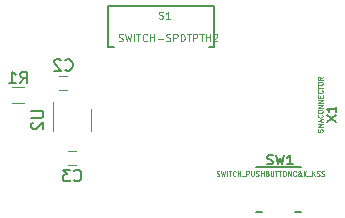
<source format=gbr>
G04 #@! TF.GenerationSoftware,KiCad,Pcbnew,(2017-04-02 revision 2c33fad45)-master*
G04 #@! TF.CreationDate,2017-04-07T18:54:23+05:30*
G04 #@! TF.ProjectId,LoRaBoard,4C6F5261426F6172642E6B696361645F,rev?*
G04 #@! TF.FileFunction,Legend,Bot*
G04 #@! TF.FilePolarity,Positive*
%FSLAX46Y46*%
G04 Gerber Fmt 4.6, Leading zero omitted, Abs format (unit mm)*
G04 Created by KiCad (PCBNEW (2017-04-02 revision 2c33fad45)-master) date Fri Apr  7 18:54:23 2017*
%MOMM*%
%LPD*%
G01*
G04 APERTURE LIST*
%ADD10C,0.100000*%
%ADD11C,0.120000*%
%ADD12C,0.127000*%
%ADD13C,0.203200*%
%ADD14C,0.150000*%
%ADD15C,0.152400*%
%ADD16C,0.050800*%
G04 APERTURE END LIST*
D10*
D11*
X157350000Y-103800000D02*
X156650000Y-103800000D01*
X156650000Y-105000000D02*
X157350000Y-105000000D01*
X157400000Y-111350000D02*
X158100000Y-111350000D01*
X158100000Y-110150000D02*
X157400000Y-110150000D01*
X152700000Y-106080000D02*
X153700000Y-106080000D01*
X153700000Y-104720000D02*
X152700000Y-104720000D01*
X159360000Y-106600000D02*
X159360000Y-108400000D01*
X156140000Y-108400000D02*
X156140000Y-105950000D01*
D12*
X173300080Y-111500080D02*
X177099920Y-111500080D01*
X173300080Y-115299920D02*
X173800460Y-115299920D01*
X176599540Y-115299920D02*
X177099920Y-115299920D01*
D13*
X161302040Y-101347520D02*
X160801660Y-101347520D01*
X160801660Y-101347520D02*
X160801660Y-97852480D01*
X160801660Y-97852480D02*
X169798340Y-97852480D01*
X169798340Y-97852480D02*
X169798340Y-101347520D01*
X169798340Y-101347520D02*
X169297960Y-101347520D01*
D14*
X157166666Y-103257142D02*
X157214285Y-103304761D01*
X157357142Y-103352380D01*
X157452380Y-103352380D01*
X157595238Y-103304761D01*
X157690476Y-103209523D01*
X157738095Y-103114285D01*
X157785714Y-102923809D01*
X157785714Y-102780952D01*
X157738095Y-102590476D01*
X157690476Y-102495238D01*
X157595238Y-102400000D01*
X157452380Y-102352380D01*
X157357142Y-102352380D01*
X157214285Y-102400000D01*
X157166666Y-102447619D01*
X156785714Y-102447619D02*
X156738095Y-102400000D01*
X156642857Y-102352380D01*
X156404761Y-102352380D01*
X156309523Y-102400000D01*
X156261904Y-102447619D01*
X156214285Y-102542857D01*
X156214285Y-102638095D01*
X156261904Y-102780952D01*
X156833333Y-103352380D01*
X156214285Y-103352380D01*
X157916666Y-112607142D02*
X157964285Y-112654761D01*
X158107142Y-112702380D01*
X158202380Y-112702380D01*
X158345238Y-112654761D01*
X158440476Y-112559523D01*
X158488095Y-112464285D01*
X158535714Y-112273809D01*
X158535714Y-112130952D01*
X158488095Y-111940476D01*
X158440476Y-111845238D01*
X158345238Y-111750000D01*
X158202380Y-111702380D01*
X158107142Y-111702380D01*
X157964285Y-111750000D01*
X157916666Y-111797619D01*
X157583333Y-111702380D02*
X156964285Y-111702380D01*
X157297619Y-112083333D01*
X157154761Y-112083333D01*
X157059523Y-112130952D01*
X157011904Y-112178571D01*
X156964285Y-112273809D01*
X156964285Y-112511904D01*
X157011904Y-112607142D01*
X157059523Y-112654761D01*
X157154761Y-112702380D01*
X157440476Y-112702380D01*
X157535714Y-112654761D01*
X157583333Y-112607142D01*
X153366666Y-104402380D02*
X153700000Y-103926190D01*
X153938095Y-104402380D02*
X153938095Y-103402380D01*
X153557142Y-103402380D01*
X153461904Y-103450000D01*
X153414285Y-103497619D01*
X153366666Y-103592857D01*
X153366666Y-103735714D01*
X153414285Y-103830952D01*
X153461904Y-103878571D01*
X153557142Y-103926190D01*
X153938095Y-103926190D01*
X152414285Y-104402380D02*
X152985714Y-104402380D01*
X152700000Y-104402380D02*
X152700000Y-103402380D01*
X152795238Y-103545238D01*
X152890476Y-103640476D01*
X152985714Y-103688095D01*
X154302380Y-106738095D02*
X155111904Y-106738095D01*
X155207142Y-106785714D01*
X155254761Y-106833333D01*
X155302380Y-106928571D01*
X155302380Y-107119047D01*
X155254761Y-107214285D01*
X155207142Y-107261904D01*
X155111904Y-107309523D01*
X154302380Y-107309523D01*
X154397619Y-107738095D02*
X154350000Y-107785714D01*
X154302380Y-107880952D01*
X154302380Y-108119047D01*
X154350000Y-108214285D01*
X154397619Y-108261904D01*
X154492857Y-108309523D01*
X154588095Y-108309523D01*
X154730952Y-108261904D01*
X155302380Y-107690476D01*
X155302380Y-108309523D01*
D15*
X179287295Y-107657980D02*
X180100095Y-107116114D01*
X179287295Y-107116114D02*
X180100095Y-107657980D01*
X180100095Y-106380723D02*
X180100095Y-106845180D01*
X180100095Y-106612952D02*
X179287295Y-106612952D01*
X179403409Y-106690361D01*
X179480819Y-106767771D01*
X179519523Y-106845180D01*
D16*
X178931695Y-108509485D02*
X178951047Y-108451428D01*
X178951047Y-108354666D01*
X178931695Y-108315961D01*
X178912342Y-108296609D01*
X178873638Y-108277257D01*
X178834933Y-108277257D01*
X178796228Y-108296609D01*
X178776876Y-108315961D01*
X178757523Y-108354666D01*
X178738171Y-108432076D01*
X178718819Y-108470780D01*
X178699466Y-108490133D01*
X178660761Y-108509485D01*
X178622057Y-108509485D01*
X178583352Y-108490133D01*
X178564000Y-108470780D01*
X178544647Y-108432076D01*
X178544647Y-108335314D01*
X178564000Y-108277257D01*
X178951047Y-108103085D02*
X178544647Y-108103085D01*
X178834933Y-107967619D01*
X178544647Y-107832152D01*
X178951047Y-107832152D01*
X178834933Y-107657980D02*
X178834933Y-107464457D01*
X178951047Y-107696685D02*
X178544647Y-107561219D01*
X178951047Y-107425752D01*
X178912342Y-107058057D02*
X178931695Y-107077409D01*
X178951047Y-107135466D01*
X178951047Y-107174171D01*
X178931695Y-107232228D01*
X178892990Y-107270933D01*
X178854285Y-107290285D01*
X178776876Y-107309638D01*
X178718819Y-107309638D01*
X178641409Y-107290285D01*
X178602704Y-107270933D01*
X178564000Y-107232228D01*
X178544647Y-107174171D01*
X178544647Y-107135466D01*
X178564000Y-107077409D01*
X178583352Y-107058057D01*
X178544647Y-106806476D02*
X178544647Y-106729066D01*
X178564000Y-106690361D01*
X178602704Y-106651657D01*
X178680114Y-106632304D01*
X178815580Y-106632304D01*
X178892990Y-106651657D01*
X178931695Y-106690361D01*
X178951047Y-106729066D01*
X178951047Y-106806476D01*
X178931695Y-106845180D01*
X178892990Y-106883885D01*
X178815580Y-106903238D01*
X178680114Y-106903238D01*
X178602704Y-106883885D01*
X178564000Y-106845180D01*
X178544647Y-106806476D01*
X178951047Y-106458133D02*
X178544647Y-106458133D01*
X178951047Y-106225904D01*
X178544647Y-106225904D01*
X178951047Y-106032380D02*
X178544647Y-106032380D01*
X178951047Y-105800152D01*
X178544647Y-105800152D01*
X178738171Y-105606628D02*
X178738171Y-105471161D01*
X178951047Y-105413104D02*
X178951047Y-105606628D01*
X178544647Y-105606628D01*
X178544647Y-105413104D01*
X178912342Y-105006704D02*
X178931695Y-105026057D01*
X178951047Y-105084114D01*
X178951047Y-105122819D01*
X178931695Y-105180876D01*
X178892990Y-105219580D01*
X178854285Y-105238933D01*
X178776876Y-105258285D01*
X178718819Y-105258285D01*
X178641409Y-105238933D01*
X178602704Y-105219580D01*
X178564000Y-105180876D01*
X178544647Y-105122819D01*
X178544647Y-105084114D01*
X178564000Y-105026057D01*
X178583352Y-105006704D01*
X178544647Y-104890590D02*
X178544647Y-104658361D01*
X178951047Y-104774476D02*
X178544647Y-104774476D01*
X178544647Y-104445485D02*
X178544647Y-104368076D01*
X178564000Y-104329371D01*
X178602704Y-104290666D01*
X178680114Y-104271314D01*
X178815580Y-104271314D01*
X178892990Y-104290666D01*
X178931695Y-104329371D01*
X178951047Y-104368076D01*
X178951047Y-104445485D01*
X178931695Y-104484190D01*
X178892990Y-104522895D01*
X178815580Y-104542247D01*
X178680114Y-104542247D01*
X178602704Y-104522895D01*
X178564000Y-104484190D01*
X178544647Y-104445485D01*
X178951047Y-103864914D02*
X178757523Y-104000380D01*
X178951047Y-104097142D02*
X178544647Y-104097142D01*
X178544647Y-103942323D01*
X178564000Y-103903619D01*
X178583352Y-103884266D01*
X178622057Y-103864914D01*
X178680114Y-103864914D01*
X178718819Y-103884266D01*
X178738171Y-103903619D01*
X178757523Y-103942323D01*
X178757523Y-104097142D01*
D15*
X174261046Y-111229630D02*
X174377160Y-111268335D01*
X174570684Y-111268335D01*
X174648094Y-111229630D01*
X174686799Y-111190925D01*
X174725503Y-111113516D01*
X174725503Y-111036106D01*
X174686799Y-110958697D01*
X174648094Y-110919992D01*
X174570684Y-110881287D01*
X174415865Y-110842582D01*
X174338456Y-110803878D01*
X174299751Y-110765173D01*
X174261046Y-110687763D01*
X174261046Y-110610354D01*
X174299751Y-110532944D01*
X174338456Y-110494240D01*
X174415865Y-110455535D01*
X174609389Y-110455535D01*
X174725503Y-110494240D01*
X174996437Y-110455535D02*
X175189960Y-111268335D01*
X175344780Y-110687763D01*
X175499599Y-111268335D01*
X175693122Y-110455535D01*
X176428513Y-111268335D02*
X175964056Y-111268335D01*
X176196284Y-111268335D02*
X176196284Y-110455535D01*
X176118875Y-110571649D01*
X176041465Y-110649059D01*
X175964056Y-110687763D01*
D16*
X169986710Y-112218295D02*
X170044767Y-112237647D01*
X170141529Y-112237647D01*
X170180234Y-112218295D01*
X170199586Y-112198942D01*
X170218939Y-112160238D01*
X170218939Y-112121533D01*
X170199586Y-112082828D01*
X170180234Y-112063476D01*
X170141529Y-112044123D01*
X170064120Y-112024771D01*
X170025415Y-112005419D01*
X170006062Y-111986066D01*
X169986710Y-111947361D01*
X169986710Y-111908657D01*
X170006062Y-111869952D01*
X170025415Y-111850600D01*
X170064120Y-111831247D01*
X170160881Y-111831247D01*
X170218939Y-111850600D01*
X170354405Y-111831247D02*
X170451167Y-112237647D01*
X170528577Y-111947361D01*
X170605986Y-112237647D01*
X170702748Y-111831247D01*
X170857567Y-112237647D02*
X170857567Y-111831247D01*
X170993034Y-111831247D02*
X171225262Y-111831247D01*
X171109148Y-112237647D02*
X171109148Y-111831247D01*
X171592958Y-112198942D02*
X171573605Y-112218295D01*
X171515548Y-112237647D01*
X171476843Y-112237647D01*
X171418786Y-112218295D01*
X171380081Y-112179590D01*
X171360729Y-112140885D01*
X171341377Y-112063476D01*
X171341377Y-112005419D01*
X171360729Y-111928009D01*
X171380081Y-111889304D01*
X171418786Y-111850600D01*
X171476843Y-111831247D01*
X171515548Y-111831247D01*
X171573605Y-111850600D01*
X171592958Y-111869952D01*
X171767129Y-112237647D02*
X171767129Y-111831247D01*
X171767129Y-112024771D02*
X171999358Y-112024771D01*
X171999358Y-112237647D02*
X171999358Y-111831247D01*
X172096120Y-112276352D02*
X172405758Y-112276352D01*
X172502520Y-112237647D02*
X172502520Y-111831247D01*
X172657339Y-111831247D01*
X172696043Y-111850600D01*
X172715396Y-111869952D01*
X172734748Y-111908657D01*
X172734748Y-111966714D01*
X172715396Y-112005419D01*
X172696043Y-112024771D01*
X172657339Y-112044123D01*
X172502520Y-112044123D01*
X172908920Y-111831247D02*
X172908920Y-112160238D01*
X172928272Y-112198942D01*
X172947624Y-112218295D01*
X172986329Y-112237647D01*
X173063739Y-112237647D01*
X173102443Y-112218295D01*
X173121796Y-112198942D01*
X173141148Y-112160238D01*
X173141148Y-111831247D01*
X173315320Y-112218295D02*
X173373377Y-112237647D01*
X173470139Y-112237647D01*
X173508843Y-112218295D01*
X173528196Y-112198942D01*
X173547548Y-112160238D01*
X173547548Y-112121533D01*
X173528196Y-112082828D01*
X173508843Y-112063476D01*
X173470139Y-112044123D01*
X173392729Y-112024771D01*
X173354024Y-112005419D01*
X173334672Y-111986066D01*
X173315320Y-111947361D01*
X173315320Y-111908657D01*
X173334672Y-111869952D01*
X173354024Y-111850600D01*
X173392729Y-111831247D01*
X173489491Y-111831247D01*
X173547548Y-111850600D01*
X173721720Y-112237647D02*
X173721720Y-111831247D01*
X173721720Y-112024771D02*
X173953948Y-112024771D01*
X173953948Y-112237647D02*
X173953948Y-111831247D01*
X174282939Y-112024771D02*
X174340996Y-112044123D01*
X174360348Y-112063476D01*
X174379700Y-112102180D01*
X174379700Y-112160238D01*
X174360348Y-112198942D01*
X174340996Y-112218295D01*
X174302291Y-112237647D01*
X174147472Y-112237647D01*
X174147472Y-111831247D01*
X174282939Y-111831247D01*
X174321643Y-111850600D01*
X174340996Y-111869952D01*
X174360348Y-111908657D01*
X174360348Y-111947361D01*
X174340996Y-111986066D01*
X174321643Y-112005419D01*
X174282939Y-112024771D01*
X174147472Y-112024771D01*
X174553872Y-111831247D02*
X174553872Y-112160238D01*
X174573224Y-112198942D01*
X174592577Y-112218295D01*
X174631281Y-112237647D01*
X174708691Y-112237647D01*
X174747396Y-112218295D01*
X174766748Y-112198942D01*
X174786100Y-112160238D01*
X174786100Y-111831247D01*
X174921567Y-111831247D02*
X175153796Y-111831247D01*
X175037681Y-112237647D02*
X175037681Y-111831247D01*
X175231205Y-111831247D02*
X175463434Y-111831247D01*
X175347320Y-112237647D02*
X175347320Y-111831247D01*
X175676310Y-111831247D02*
X175753720Y-111831247D01*
X175792424Y-111850600D01*
X175831129Y-111889304D01*
X175850481Y-111966714D01*
X175850481Y-112102180D01*
X175831129Y-112179590D01*
X175792424Y-112218295D01*
X175753720Y-112237647D01*
X175676310Y-112237647D01*
X175637605Y-112218295D01*
X175598900Y-112179590D01*
X175579548Y-112102180D01*
X175579548Y-111966714D01*
X175598900Y-111889304D01*
X175637605Y-111850600D01*
X175676310Y-111831247D01*
X176024653Y-112237647D02*
X176024653Y-111831247D01*
X176256881Y-112237647D01*
X176256881Y-111831247D01*
X176682634Y-112198942D02*
X176663281Y-112218295D01*
X176605224Y-112237647D01*
X176566520Y-112237647D01*
X176508462Y-112218295D01*
X176469758Y-112179590D01*
X176450405Y-112140885D01*
X176431053Y-112063476D01*
X176431053Y-112005419D01*
X176450405Y-111928009D01*
X176469758Y-111889304D01*
X176508462Y-111850600D01*
X176566520Y-111831247D01*
X176605224Y-111831247D01*
X176663281Y-111850600D01*
X176682634Y-111869952D01*
X177185796Y-112237647D02*
X177166443Y-112237647D01*
X177127739Y-112218295D01*
X177069681Y-112160238D01*
X176972920Y-112044123D01*
X176934215Y-111986066D01*
X176914862Y-111928009D01*
X176914862Y-111889304D01*
X176934215Y-111850600D01*
X176972920Y-111831247D01*
X176992272Y-111831247D01*
X177030977Y-111850600D01*
X177050329Y-111889304D01*
X177050329Y-111908657D01*
X177030977Y-111947361D01*
X177011624Y-111966714D01*
X176895510Y-112044123D01*
X176876158Y-112063476D01*
X176856805Y-112102180D01*
X176856805Y-112160238D01*
X176876158Y-112198942D01*
X176895510Y-112218295D01*
X176934215Y-112237647D01*
X176992272Y-112237647D01*
X177030977Y-112218295D01*
X177050329Y-112198942D01*
X177108386Y-112121533D01*
X177127739Y-112063476D01*
X177127739Y-112024771D01*
X177359967Y-112237647D02*
X177359967Y-111831247D01*
X177592196Y-112237647D02*
X177418024Y-112005419D01*
X177592196Y-111831247D02*
X177359967Y-112063476D01*
X177669605Y-112276352D02*
X177979243Y-112276352D01*
X178076005Y-112237647D02*
X178076005Y-111831247D01*
X178308234Y-112237647D02*
X178134062Y-112005419D01*
X178308234Y-111831247D02*
X178076005Y-112063476D01*
X178463053Y-112218295D02*
X178521110Y-112237647D01*
X178617872Y-112237647D01*
X178656577Y-112218295D01*
X178675929Y-112198942D01*
X178695281Y-112160238D01*
X178695281Y-112121533D01*
X178675929Y-112082828D01*
X178656577Y-112063476D01*
X178617872Y-112044123D01*
X178540462Y-112024771D01*
X178501758Y-112005419D01*
X178482405Y-111986066D01*
X178463053Y-111947361D01*
X178463053Y-111908657D01*
X178482405Y-111869952D01*
X178501758Y-111850600D01*
X178540462Y-111831247D01*
X178637224Y-111831247D01*
X178695281Y-111850600D01*
X178850100Y-112218295D02*
X178908158Y-112237647D01*
X179004920Y-112237647D01*
X179043624Y-112218295D01*
X179062977Y-112198942D01*
X179082329Y-112160238D01*
X179082329Y-112121533D01*
X179062977Y-112082828D01*
X179043624Y-112063476D01*
X179004920Y-112044123D01*
X178927510Y-112024771D01*
X178888805Y-112005419D01*
X178869453Y-111986066D01*
X178850100Y-111947361D01*
X178850100Y-111908657D01*
X178869453Y-111869952D01*
X178888805Y-111850600D01*
X178927510Y-111831247D01*
X179024272Y-111831247D01*
X179082329Y-111850600D01*
X165089542Y-98906942D02*
X165176628Y-98935971D01*
X165321771Y-98935971D01*
X165379828Y-98906942D01*
X165408857Y-98877914D01*
X165437885Y-98819857D01*
X165437885Y-98761800D01*
X165408857Y-98703742D01*
X165379828Y-98674714D01*
X165321771Y-98645685D01*
X165205657Y-98616657D01*
X165147600Y-98587628D01*
X165118571Y-98558600D01*
X165089542Y-98500542D01*
X165089542Y-98442485D01*
X165118571Y-98384428D01*
X165147600Y-98355400D01*
X165205657Y-98326371D01*
X165350800Y-98326371D01*
X165437885Y-98355400D01*
X166018457Y-98935971D02*
X165670114Y-98935971D01*
X165844285Y-98935971D02*
X165844285Y-98326371D01*
X165786228Y-98413457D01*
X165728171Y-98471514D01*
X165670114Y-98500542D01*
X161678685Y-100811942D02*
X161765771Y-100840971D01*
X161910914Y-100840971D01*
X161968971Y-100811942D01*
X161998000Y-100782914D01*
X162027028Y-100724857D01*
X162027028Y-100666800D01*
X161998000Y-100608742D01*
X161968971Y-100579714D01*
X161910914Y-100550685D01*
X161794800Y-100521657D01*
X161736742Y-100492628D01*
X161707714Y-100463600D01*
X161678685Y-100405542D01*
X161678685Y-100347485D01*
X161707714Y-100289428D01*
X161736742Y-100260400D01*
X161794800Y-100231371D01*
X161939942Y-100231371D01*
X162027028Y-100260400D01*
X162230228Y-100231371D02*
X162375371Y-100840971D01*
X162491485Y-100405542D01*
X162607600Y-100840971D01*
X162752742Y-100231371D01*
X162984971Y-100840971D02*
X162984971Y-100231371D01*
X163188171Y-100231371D02*
X163536514Y-100231371D01*
X163362342Y-100840971D02*
X163362342Y-100231371D01*
X164088057Y-100782914D02*
X164059028Y-100811942D01*
X163971942Y-100840971D01*
X163913885Y-100840971D01*
X163826800Y-100811942D01*
X163768742Y-100753885D01*
X163739714Y-100695828D01*
X163710685Y-100579714D01*
X163710685Y-100492628D01*
X163739714Y-100376514D01*
X163768742Y-100318457D01*
X163826800Y-100260400D01*
X163913885Y-100231371D01*
X163971942Y-100231371D01*
X164059028Y-100260400D01*
X164088057Y-100289428D01*
X164349314Y-100840971D02*
X164349314Y-100231371D01*
X164349314Y-100521657D02*
X164697657Y-100521657D01*
X164697657Y-100840971D02*
X164697657Y-100231371D01*
X164987942Y-100608742D02*
X165452400Y-100608742D01*
X165713657Y-100811942D02*
X165800742Y-100840971D01*
X165945885Y-100840971D01*
X166003942Y-100811942D01*
X166032971Y-100782914D01*
X166062000Y-100724857D01*
X166062000Y-100666800D01*
X166032971Y-100608742D01*
X166003942Y-100579714D01*
X165945885Y-100550685D01*
X165829771Y-100521657D01*
X165771714Y-100492628D01*
X165742685Y-100463600D01*
X165713657Y-100405542D01*
X165713657Y-100347485D01*
X165742685Y-100289428D01*
X165771714Y-100260400D01*
X165829771Y-100231371D01*
X165974914Y-100231371D01*
X166062000Y-100260400D01*
X166323257Y-100840971D02*
X166323257Y-100231371D01*
X166555485Y-100231371D01*
X166613542Y-100260400D01*
X166642571Y-100289428D01*
X166671600Y-100347485D01*
X166671600Y-100434571D01*
X166642571Y-100492628D01*
X166613542Y-100521657D01*
X166555485Y-100550685D01*
X166323257Y-100550685D01*
X166932857Y-100840971D02*
X166932857Y-100231371D01*
X167078000Y-100231371D01*
X167165085Y-100260400D01*
X167223142Y-100318457D01*
X167252171Y-100376514D01*
X167281200Y-100492628D01*
X167281200Y-100579714D01*
X167252171Y-100695828D01*
X167223142Y-100753885D01*
X167165085Y-100811942D01*
X167078000Y-100840971D01*
X166932857Y-100840971D01*
X167455371Y-100231371D02*
X167803714Y-100231371D01*
X167629542Y-100840971D02*
X167629542Y-100231371D01*
X168006914Y-100840971D02*
X168006914Y-100231371D01*
X168239142Y-100231371D01*
X168297200Y-100260400D01*
X168326228Y-100289428D01*
X168355257Y-100347485D01*
X168355257Y-100434571D01*
X168326228Y-100492628D01*
X168297200Y-100521657D01*
X168239142Y-100550685D01*
X168006914Y-100550685D01*
X168529428Y-100231371D02*
X168877771Y-100231371D01*
X168703600Y-100840971D02*
X168703600Y-100231371D01*
X169080971Y-100840971D02*
X169080971Y-100231371D01*
X169080971Y-100521657D02*
X169429314Y-100521657D01*
X169429314Y-100840971D02*
X169429314Y-100231371D01*
X169690571Y-100289428D02*
X169719600Y-100260400D01*
X169777657Y-100231371D01*
X169922800Y-100231371D01*
X169980857Y-100260400D01*
X170009885Y-100289428D01*
X170038914Y-100347485D01*
X170038914Y-100405542D01*
X170009885Y-100492628D01*
X169661542Y-100840971D01*
X170038914Y-100840971D01*
M02*

</source>
